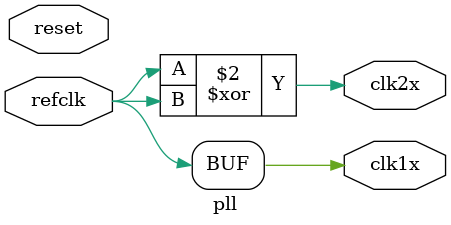
<source format=v>
/***************************************************************************
* © 1997-2011 Cadence Design Systems, Inc.  All rights reserved.           *
* This work may not be copied, modified, re-published, uploaded, executed, *
* or distributed in any way, in any medium, whether in whole or in part,   *
* without prior written permission from Cadence Design Systems, Inc.       *
****************************************************************************/

module pll(refclk, clk1x, clk2x, reset );
    input  refclk;
    output clk1x;
    output clk2x;
    input reset;

reg clk1x;

always begin
    clk1x = #2 refclk;
end

assign clk2x = (clk1x ^ refclk);


endmodule

</source>
